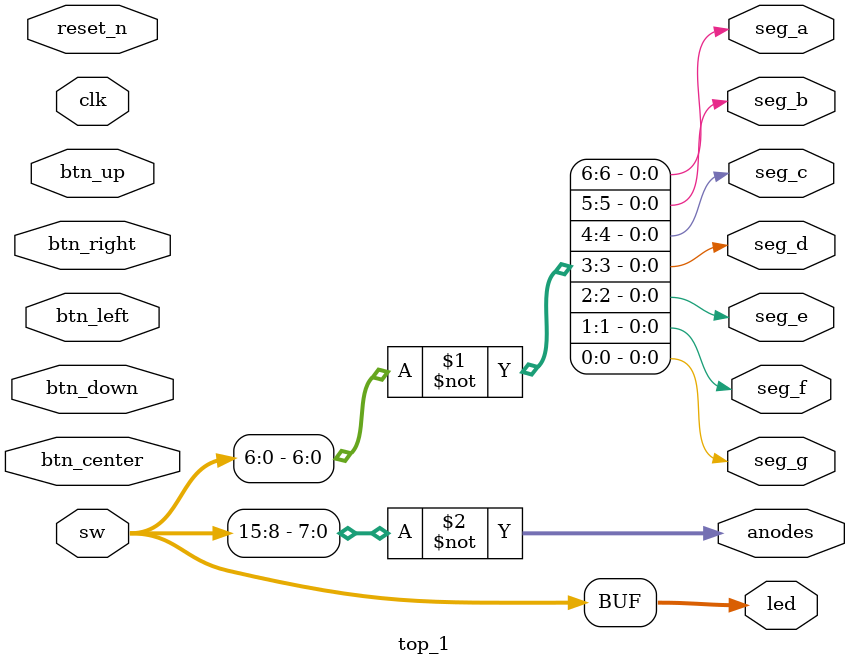
<source format=v>
module top_1
(
    input         clk,
    input         reset_n,

    input         btn_up,
    input         btn_down,
    input         btn_left,
    input         btn_right,
    input         btn_center,

    input  [15:0] sw, 

    output [15:0] led,

    output        seg_a,
    output        seg_b,
    output        seg_c,
    output        seg_d,
    output        seg_e,
    output        seg_f,
    output        seg_g,

    output [ 7:0] anodes
);

    assign led = sw;

    assign { seg_a, seg_b, seg_c, seg_d, seg_e, seg_f, seg_g } = ~ sw [6:0];

    assign anodes = ~ sw [15:8];

endmodule

</source>
